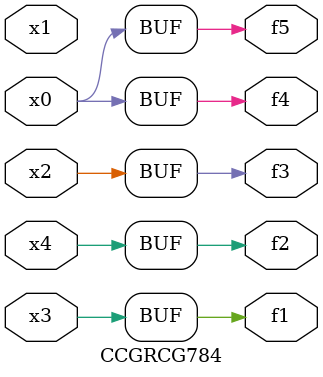
<source format=v>
module CCGRCG784(
	input x0, x1, x2, x3, x4,
	output f1, f2, f3, f4, f5
);
	assign f1 = x3;
	assign f2 = x4;
	assign f3 = x2;
	assign f4 = x0;
	assign f5 = x0;
endmodule

</source>
